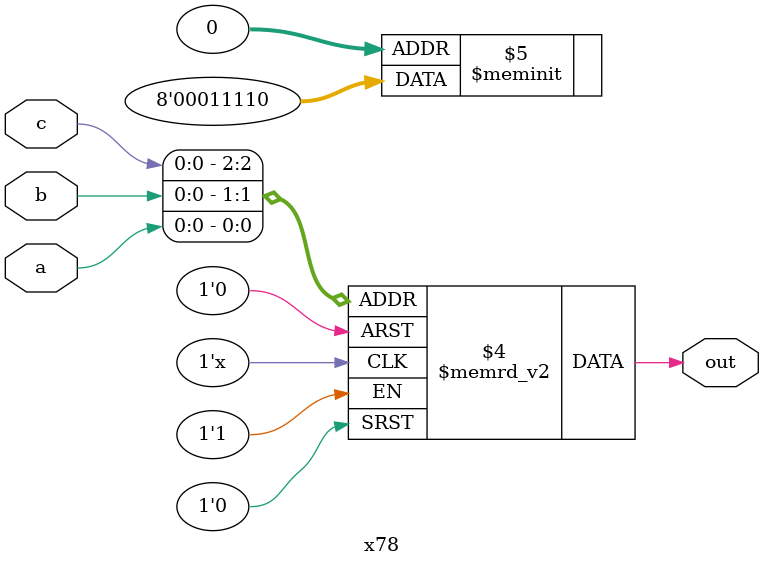
<source format=v>
module x78(output out, input a, b, c);

   always@(c, b, a)
	 begin
		case({c, b, a})
		  3'b000: {out} = 1'b0;
		  3'b001: {out} = 1'b1;
		  3'b010: {out} = 1'b1;
		  3'b011: {out} = 1'b1;
		  3'b100: {out} = 1'b1;
		  3'b101: {out} = 1'b0;
		  3'b110: {out} = 1'b0;
		  3'b111: {out} = 1'b0;
		endcase
	 end

endmodule

</source>
